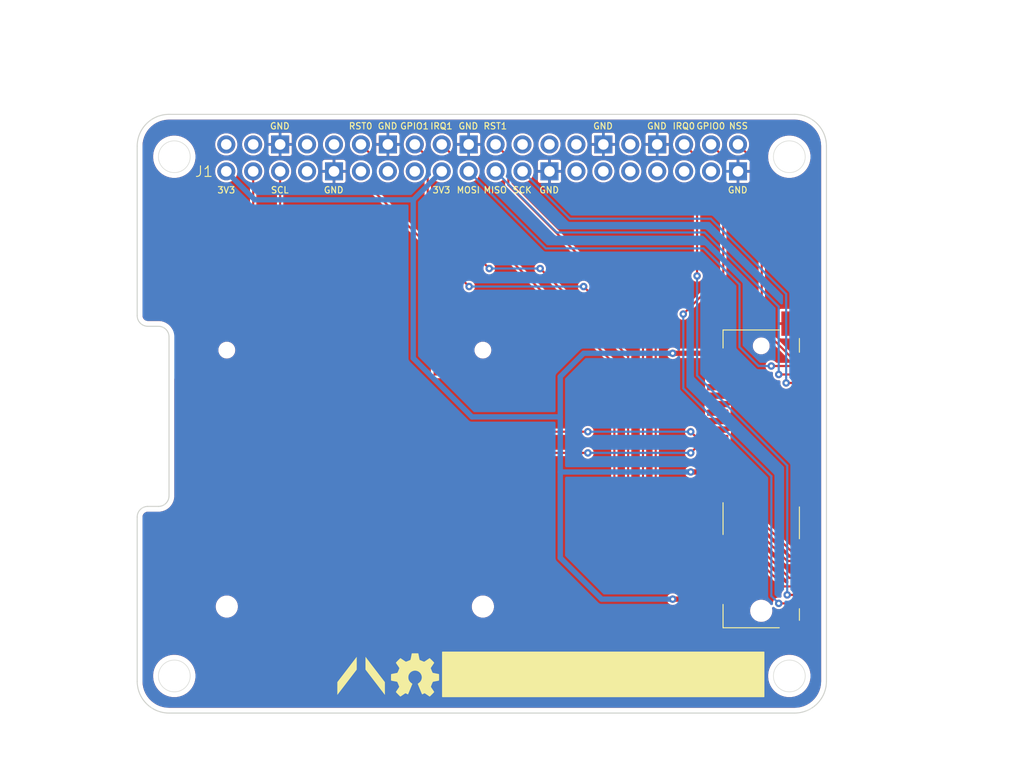
<source format=kicad_pcb>
(kicad_pcb (version 20241229) (generator "pcbnew") (generator_version "9.0")
  (title_block (rev "A"))
  (layers (0 "F.Cu" signal) (2 "B.Cu" signal) (13 "F.Paste" user) (15 "B.Paste" user) (5 "F.SilkS" user "F.Silkscreen") (7 "B.SilkS" user "B.Silkscreen") (1 "F.Mask" user) (3 "B.Mask" user) (25 "Edge.Cuts" user))
  (net 0 "")
  (net 2 "GND")
  (net 3 "GPIO1")
  (net 5 "SDA")
  (net 11 "IRQ0")
  (net 13 "+3.3V")
  (net 15 "RST1")
  (net 17 "NSS")
  (net 18 "MISO")
  (net 19 "RST0")
  (net 20 "MOSI")
  (net 21 "SCK")
  (net 22 "SCL")
  (net 23 "GPIO0")
  (net 24 "IRQ1")
  (footprint "rpi-hat:RPI_Hat_B+" (layer "F.Cu") (at 140 74.25)
    (property "Reference" "J1" (at -26.2 1.4 0) (layer "F.SilkS") (effects (font (thickness 0.1))))
    (property "Value" "RPi_GPIO")
    (fp_line (start -32.5 -1) (end -32.5 15) (stroke (width 0.1)) (layer "Edge.Cuts"))
    (fp_line (start -32.5 34) (end -32.5 49.5) (stroke (width 0.1)) (layer "Edge.Cuts"))
    (fp_line (start -31.5 16) (end -30.5 16) (stroke (width 0.1)) (layer "Edge.Cuts"))
    (fp_line (start -31.5 33) (end -30.5 33) (stroke (width 0.1)) (layer "Edge.Cuts"))
    (fp_line (start -29.5 -4) (end 29.5 -4) (stroke (width 0.1)) (layer "Edge.Cuts"))
    (fp_line (start -29.5 17) (end -29.5 32) (stroke (width 0.1)) (layer "Edge.Cuts"))
    (fp_line (start -29.5 52.5) (end 29.5 52.5) (stroke (width 0.1)) (layer "Edge.Cuts"))
    (fp_line (start 32.5 -1) (end 32.5 49.5) (stroke (width 0.1)) (layer "Edge.Cuts"))
    (fp_arc (start -32.5 -1) (mid -31.62132 -3.12132) (end -29.5 -4) (stroke (width 0.1)) (layer "Edge.Cuts"))
    (fp_arc (start -32.5 34) (mid -32.207107 33.292893) (end -31.5 33) (stroke (width 0.1)) (layer "Edge.Cuts"))
    (fp_arc (start -31.5 16) (mid -32.207107 15.707107) (end -32.5 15) (stroke (width 0.1)) (layer "Edge.Cuts"))
    (fp_arc (start -30.5 16) (mid -29.792893 16.292893) (end -29.5 17) (stroke (width 0.1)) (layer "Edge.Cuts"))
    (fp_arc (start -29.5 32) (mid -29.792893 32.707107) (end -30.5 33) (stroke (width 0.1)) (layer "Edge.Cuts"))
    (fp_arc (start -29.5 52.5) (mid -31.62132 51.62132) (end -32.5 49.5) (stroke (width 0.1)) (layer "Edge.Cuts"))
    (fp_arc (start 29.5 -4) (mid 31.62132 -3.12132) (end 32.5 -1) (stroke (width 0.1)) (layer "Edge.Cuts"))
    (fp_arc (start 32.5 49.5) (mid 31.62132 51.62132) (end 29.5 52.5) (stroke (width 0.1)) (layer "Edge.Cuts"))
    (fp_circle (center -29 0) (end -27.5 0) (stroke (width 0.05)) (fill no) (layer "Edge.Cuts"))
    (fp_circle (center -29 49) (end -27.5 49) (stroke (width 0.05)) (fill no) (layer "Edge.Cuts"))
    (fp_circle (center 29 0) (end 30.5 0) (stroke (width 0.05)) (fill no) (layer "Edge.Cuts"))
    (fp_circle (center 29 49) (end 30.5 49) (stroke (width 0.05)) (fill no) (layer "Edge.Cuts"))
    (fp_text user "GPIO1" (at -6.35 -2.54 0) (layer "F.SilkS") (effects (font (size 0.6 0.6) (thickness 0.1)) (justify bottom)))
    (fp_text user "RST1" (at 1.27 -2.54 0) (layer "F.SilkS") (effects (font (size 0.6 0.6) (thickness 0.1)) (justify bottom)))
    (fp_text user "GND" (at 24.13 2.794 0) (layer "F.SilkS") (effects (font (size 0.6 0.6) (thickness 0.1)) (justify top)))
    (fp_text user "GND" (at -1.27 -2.54 0) (layer "F.SilkS") (effects (font (size 0.6 0.6) (thickness 0.1)) (justify bottom)))
    (fp_text user "NSS" (at 24.2 -2.55 0) (layer "F.SilkS") (effects (font (size 0.6 0.6) (thickness 0.1)) (justify bottom)))
    (fp_text user "GPIO0" (at 21.59 -2.54 0) (layer "F.SilkS") (effects (font (size 0.6 0.6) (thickness 0.1)) (justify bottom)))
    (fp_text user "IRQ0" (at 19.05 -2.54 0) (layer "F.SilkS") (effects (font (size 0.6 0.6) (thickness 0.1)) (justify bottom)))
    (fp_text user "GND" (at 6.35 2.794 0) (layer "F.SilkS") (effects (font (size 0.6 0.6) (thickness 0.1)) (justify top)))
    (fp_text user "SCK" (at 3.81 2.794 0) (layer "F.SilkS") (effects (font (size 0.6 0.6) (thickness 0.1)) (justify top)))
    (fp_text user "GND" (at 11.43 -2.54 0) (layer "F.SilkS") (effects (font (size 0.6 0.6) (thickness 0.1)) (justify bottom)))
    (fp_text user "GND" (at -8.89 -2.54 0) (layer "F.SilkS") (effects (font (size 0.6 0.6) (thickness 0.1)) (justify bottom)))
    (fp_text user "MOSI" (at -1.27 2.794 0) (layer "F.SilkS") (effects (font (size 0.6 0.6) (thickness 0.1)) (justify top)))
    (fp_text user "MISO" (at 1.27 2.794 0) (layer "F.SilkS") (effects (font (size 0.6 0.6) (thickness 0.1)) (justify top)))
    (fp_text user "IRQ1" (at -3.81 -2.54 0) (layer "F.SilkS") (effects (font (size 0.6 0.6) (thickness 0.1)) (justify bottom)))
    (fp_text user "GND" (at -13.97 2.794 0) (layer "F.SilkS") (effects (font (size 0.6 0.6) (thickness 0.1)) (justify top)))
    (fp_text user "GND" (at 16.51 -2.54 0) (layer "F.SilkS") (effects (font (size 0.6 0.6) (thickness 0.1)) (justify bottom)))
    (fp_text user "SCL" (at -19.05 2.794 0) (layer "F.SilkS") (effects (font (size 0.6 0.6) (thickness 0.1)) (justify top)))
    (fp_text user "3V3" (at -3.81 2.794 0) (layer "F.SilkS") (effects (font (size 0.6 0.6) (thickness 0.1)) (justify top)))
    (fp_text user "RST0" (at -11.43 -2.54 0) (layer "F.SilkS") (effects (font (size 0.6 0.6) (thickness 0.1)) (justify bottom)))
    (fp_text user "GND" (at -19.05 -2.54 0) (layer "F.SilkS") (effects (font (size 0.6 0.6) (thickness 0.1)) (justify bottom)))
    (fp_text user "3V3" (at -24.1 2.8 0) (layer "F.SilkS") (effects (font (size 0.6 0.6) (thickness 0.1)) (justify top)))
    (pad "1" thru_hole circle (at -24.1 1.378 90) (size 1.7 1.7) (drill 1) (layers "*.Cu" "*.Mask") (net 13 "+3.3V"))
    (pad "2" thru_hole oval (at -24.1 -1.162 90) (size 1.7 1.7) (drill 1) (layers "*.Cu" "*.Mask"))
    (pad "3" thru_hole oval (at -21.56 1.378 90) (size 1.7 1.7) (drill 1) (layers "*.Cu" "*.Mask") (net 5 "SDA"))
    (pad "4" thru_hole oval (at -21.56 -1.162 90) (size 1.7 1.7) (drill 1) (layers "*.Cu" "*.Mask"))
    (pad "5" thru_hole oval (at -19.02 1.378 90) (size 1.7 1.7) (drill 1) (layers "*.Cu" "*.Mask") (net 22 "SCL"))
    (pad "6" thru_hole rect (at -19.02 -1.162 90) (size 1.7 1.7) (drill 1) (layers "*.Cu" "*.Mask") (net 2 "GND"))
    (pad "7" thru_hole oval (at -16.48 1.378 90) (size 1.7 1.7) (drill 1) (layers "*.Cu" "*.Mask"))
    (pad "8" thru_hole oval (at -16.48 -1.162 90) (size 1.7 1.7) (drill 1) (layers "*.Cu" "*.Mask"))
    (pad "9" thru_hole rect (at -13.94 1.378 90) (size 1.7 1.7) (drill 1) (layers "*.Cu" "*.Mask") (net 2 "GND"))
    (pad "10" thru_hole oval (at -13.94 -1.162 90) (size 1.7 1.7) (drill 1) (layers "*.Cu" "*.Mask"))
    (pad "11" thru_hole oval (at -11.4 1.378 90) (size 1.7 1.7) (drill 1) (layers "*.Cu" "*.Mask"))
    (pad "12" thru_hole oval (at -11.4 -1.162 90) (size 1.7 1.7) (drill 1) (layers "*.Cu" "*.Mask") (net 19 "RST0"))
    (pad "13" thru_hole oval (at -8.86 1.378 90) (size 1.7 1.7) (drill 1) (layers "*.Cu" "*.Mask"))
    (pad "14" thru_hole rect (at -8.86 -1.162 90) (size 1.7 1.7) (drill 1) (layers "*.Cu" "*.Mask") (net 2 "GND"))
    (pad "15" thru_hole oval (at -6.32 1.378 90) (size 1.7 1.7) (drill 1) (layers "*.Cu" "*.Mask"))
    (pad "16" thru_hole oval (at -6.32 -1.162 90) (size 1.7 1.7) (drill 1) (layers "*.Cu" "*.Mask") (net 3 "GPIO1"))
    (pad "17" thru_hole oval (at -3.78 1.378 90) (size 1.7 1.7) (drill 1) (layers "*.Cu" "*.Mask") (net 13 "+3.3V"))
    (pad "18" thru_hole oval (at -3.78 -1.162 90) (size 1.7 1.7) (drill 1) (layers "*.Cu" "*.Mask") (net 24 "IRQ1"))
    (pad "19" thru_hole oval (at -1.24 1.378 90) (size 1.7 1.7) (drill 1) (layers "*.Cu" "*.Mask") (net 20 "MOSI"))
    (pad "20" thru_hole rect (at -1.24 -1.162 90) (size 1.7 1.7) (drill 1) (layers "*.Cu" "*.Mask") (net 2 "GND"))
    (pad "21" thru_hole oval (at 1.3 1.378 90) (size 1.7 1.7) (drill 1) (layers "*.Cu" "*.Mask") (net 18 "MISO"))
    (pad "22" thru_hole oval (at 1.3 -1.162 90) (size 1.7 1.7) (drill 1) (layers "*.Cu" "*.Mask") (net 15 "RST1"))
    (pad "23" thru_hole oval (at 3.84 1.378 90) (size 1.7 1.7) (drill 1) (layers "*.Cu" "*.Mask") (net 21 "SCK"))
    (pad "24" thru_hole oval (at 3.84 -1.162 90) (size 1.7 1.7) (drill 1) (layers "*.Cu" "*.Mask"))
    (pad "25" thru_hole rect (at 6.38 1.378 90) (size 1.7 1.7) (drill 1) (layers "*.Cu" "*.Mask") (net 2 "GND"))
    (pad "26" thru_hole oval (at 6.38 -1.162 90) (size 1.7 1.7) (drill 1) (layers "*.Cu" "*.Mask"))
    (pad "27" thru_hole oval (at 8.92 1.378 90) (size 1.7 1.7) (drill 1) (layers "*.Cu" "*.Mask"))
    (pad "28" thru_hole oval (at 8.92 -1.162 90) (size 1.7 1.7) (drill 1) (layers "*.Cu" "*.Mask"))
    (pad "29" thru_hole oval (at 11.46 1.378 90) (size 1.7 1.7) (drill 1) (layers "*.Cu" "*.Mask"))
    (pad "30" thru_hole rect (at 11.46 -1.162 90) (size 1.7 1.7) (drill 1) (layers "*.Cu" "*.Mask") (net 2 "GND"))
    (pad "31" thru_hole oval (at 14 1.378 90) (size 1.7 1.7) (drill 1) (layers "*.Cu" "*.Mask"))
    (pad "32" thru_hole oval (at 14 -1.162 90) (size 1.7 1.7) (drill 1) (layers "*.Cu" "*.Mask"))
    (pad "33" thru_hole oval (at 16.54 1.378 90) (size 1.7 1.7) (drill 1) (layers "*.Cu" "*.Mask"))
    (pad "34" thru_hole rect (at 16.54 -1.162 90) (size 1.7 1.7) (drill 1) (layers "*.Cu" "*.Mask") (net 2 "GND"))
    (pad "35" thru_hole oval (at 19.08 1.378 90) (size 1.7 1.7) (drill 1) (layers "*.Cu" "*.Mask"))
    (pad "36" thru_hole oval (at 19.08 -1.162 90) (size 1.7 1.7) (drill 1) (layers "*.Cu" "*.Mask") (net 11 "IRQ0"))
    (pad "37" thru_hole oval (at 21.62 1.378 90) (size 1.7 1.7) (drill 1) (layers "*.Cu" "*.Mask"))
    (pad "38" thru_hole oval (at 21.62 -1.162 90) (size 1.7 1.7) (drill 1) (layers "*.Cu" "*.Mask") (net 23 "GPIO0"))
    (pad "39" thru_hole rect (at 24.16 1.378 90) (size 1.7 1.7) (drill 1) (layers "*.Cu" "*.Mask") (net 2 "GND"))
    (pad "40" thru_hole oval (at 24.16 -1.162 90) (size 1.7 1.7) (drill 1) (layers "*.Cu" "*.Mask") (net 17 "NSS"))
  )
  (footprint "RadioHAT:Mini_PCIe_Latch" (layer "F.Cu") (at 170.45 106.8 90)
    (property "Reference" "J2" (hide yes))
    (property "Value" "~" (hide yes))
    (fp_line (start 16.2 -7.7) (end 14.5 -7.7) (stroke (width 0.1)) (layer "F.SilkS"))
    (fp_line (start -3.1 -7.7) (end -0.1 -7.7) (stroke (width 0.1)) (layer "F.SilkS"))
    (fp_line (start -9.7 -7.7) (end -11.9 -7.7) (stroke (width 0.1)) (layer "F.SilkS"))
    (fp_line (start -11.9 -7.7) (end -11.9 -2.4) (stroke (width 0.1)) (layer "F.SilkS"))
    (fp_line (start 16.2 -2.4) (end 16.2 -7.7) (stroke (width 0.1)) (layer "F.SilkS"))
    (fp_line (start 14.1 -0.5) (end 15.4 -0.5) (stroke (width 0.1)) (layer "F.SilkS"))
    (fp_line (start -3.5 -0.5) (end -0.5 -0.5) (stroke (width 0.1)) (layer "F.SilkS"))
    (fp_line (start -10.1 -0.5) (end -11.2 -0.5) (stroke (width 0.1)) (layer "F.SilkS"))
    (pad "" np_thru_hole circle (at -10.3 -4.1 90) (size 1.6 1.6) (drill 1.6) (layers "*.Cu" "*.Mask"))
    (pad "" np_thru_hole circle (at -9.9 -54.5 90) (size 1.6 1.6) (drill 1.6) (layers "*.Cu" "*.Mask"))
    (pad "" np_thru_hole circle (at -9.9 -30.35 90) (size 1.6 1.6) (drill 1.6) (layers "*.Cu" "*.Mask"))
    (pad "" np_thru_hole circle (at 14.3 -54.5 90) (size 1.1 1.1) (drill 1.1) (layers "*.Cu" "*.Mask"))
    (pad "" np_thru_hole circle (at 14.3 -30.35 90) (size 1.1 1.1) (drill 1.1) (layers "*.Cu" "*.Mask"))
    (pad "" np_thru_hole circle (at 14.7 -4.1 90) (size 1.1 1.1) (drill 1.1) (layers "*.Cu" "*.Mask"))
    (pad "1" smd roundrect (at -9.6 0) (size 2 0.6) (layers "F.Cu" "F.Mask" "F.Paste") (roundrect_rratio 0.1) (net 23 "GPIO0"))
    (pad "2" smd roundrect (at -9.2 -8.2) (size 2 0.6) (layers "F.Cu" "F.Mask" "F.Paste") (roundrect_rratio 0.1) (net 13 "+3.3V"))
    (pad "3" smd roundrect (at -8.8 0) (size 2 0.6) (layers "F.Cu" "F.Mask" "F.Paste") (roundrect_rratio 0.1) (net 11 "IRQ0"))
    (pad "4" smd roundrect (at -8.4 -8.2) (size 2 0.6) (layers "F.Cu" "F.Mask" "F.Paste") (roundrect_rratio 0.1) (net 2 "GND"))
    (pad "5" smd roundrect (at -8 0) (size 2 0.6) (layers "F.Cu" "F.Mask" "F.Paste") (roundrect_rratio 0.1) (net 24 "IRQ1"))
    (pad "6" smd roundrect (at -7.6 -8.2) (size 2 0.6) (layers "F.Cu" "F.Mask" "F.Paste") (roundrect_rratio 0.1))
    (pad "7" smd roundrect (at -7.2 0) (size 2 0.6) (layers "F.Cu" "F.Mask" "F.Paste") (roundrect_rratio 0.1) (net 3 "GPIO1"))
    (pad "8" smd roundrect (at -6.8 -8.2) (size 2 0.6) (layers "F.Cu" "F.Mask" "F.Paste") (roundrect_rratio 0.1))
    (pad "9" smd roundrect (at -6.4 0) (size 2 0.6) (layers "F.Cu" "F.Mask" "F.Paste") (roundrect_rratio 0.1) (net 2 "GND"))
    (pad "10" smd roundrect (at -6 -8.2) (size 2 0.6) (layers "F.Cu" "F.Mask" "F.Paste") (roundrect_rratio 0.1))
    (pad "11" smd roundrect (at -5.6 0) (size 2 0.6) (layers "F.Cu" "F.Mask" "F.Paste") (roundrect_rratio 0.1) (net 19 "RST0"))
    (pad "12" smd roundrect (at -5.2 -8.2) (size 2 0.6) (layers "F.Cu" "F.Mask" "F.Paste") (roundrect_rratio 0.1))
    (pad "13" smd roundrect (at -4.8 0) (size 2 0.6) (layers "F.Cu" "F.Mask" "F.Paste") (roundrect_rratio 0.1) (net 15 "RST1"))
    (pad "14" smd roundrect (at -4.4 -8.2) (size 2 0.6) (layers "F.Cu" "F.Mask" "F.Paste") (roundrect_rratio 0.1))
    (pad "15" smd roundrect (at -4 0) (size 2 0.6) (layers "F.Cu" "F.Mask" "F.Paste") (roundrect_rratio 0.1) (net 2 "GND"))
    (pad "16" smd roundrect (at -3.6 -8.2) (size 2 0.6) (layers "F.Cu" "F.Mask" "F.Paste") (roundrect_rratio 0.1))
    (pad "17" smd roundrect (at 0 0) (size 2 0.6) (layers "F.Cu" "F.Mask" "F.Paste") (roundrect_rratio 0.1))
    (pad "18" smd roundrect (at 0.4 -8.2) (size 2 0.6) (layers "F.Cu" "F.Mask" "F.Paste") (roundrect_rratio 0.1) (net 2 "GND"))
    (pad "19" smd roundrect (at 0.8 0) (size 2 0.6) (layers "F.Cu" "F.Mask" "F.Paste") (roundrect_rratio 0.1))
    (pad "20" smd roundrect (at 1.2 -8.2) (size 2 0.6) (layers "F.Cu" "F.Mask" "F.Paste") (roundrect_rratio 0.1))
    (pad "21" smd roundrect (at 1.6 0) (size 2 0.6) (layers "F.Cu" "F.Mask" "F.Paste") (roundrect_rratio 0.1) (net 2 "GND"))
    (pad "22" smd roundrect (at 2 -8.2) (size 2 0.6) (layers "F.Cu" "F.Mask" "F.Paste") (roundrect_rratio 0.1))
    (pad "23" smd roundrect (at 2.4 0) (size 2 0.6) (layers "F.Cu" "F.Mask" "F.Paste") (roundrect_rratio 0.1))
    (pad "24" smd roundrect (at 2.8 -8.2) (size 2 0.6) (layers "F.Cu" "F.Mask" "F.Paste") (roundrect_rratio 0.1) (net 13 "+3.3V"))
    (pad "25" smd roundrect (at 3.2 0) (size 2 0.6) (layers "F.Cu" "F.Mask" "F.Paste") (roundrect_rratio 0.1))
    (pad "26" smd roundrect (at 3.6 -8.2) (size 2 0.6) (layers "F.Cu" "F.Mask" "F.Paste") (roundrect_rratio 0.1) (net 2 "GND"))
    (pad "27" smd roundrect (at 4 0) (size 2 0.6) (layers "F.Cu" "F.Mask" "F.Paste") (roundrect_rratio 0.1) (net 2 "GND"))
    (pad "28" smd roundrect (at 4.4 -8.2) (size 2 0.6) (layers "F.Cu" "F.Mask" "F.Paste") (roundrect_rratio 0.1))
    (pad "29" smd roundrect (at 4.8 0) (size 2 0.6) (layers "F.Cu" "F.Mask" "F.Paste") (roundrect_rratio 0.1) (net 2 "GND"))
    (pad "30" smd roundrect (at 5.2 -8.2) (size 2 0.6) (layers "F.Cu" "F.Mask" "F.Paste") (roundrect_rratio 0.1) (net 5 "SDA"))
    (pad "31" smd roundrect (at 5.6 0) (size 2 0.6) (layers "F.Cu" "F.Mask" "F.Paste") (roundrect_rratio 0.1))
    (pad "32" smd roundrect (at 6 -8.2) (size 2 0.6) (layers "F.Cu" "F.Mask" "F.Paste") (roundrect_rratio 0.1) (net 22 "SCL"))
    (pad "33" smd roundrect (at 6.4 0) (size 2 0.6) (layers "F.Cu" "F.Mask" "F.Paste") (roundrect_rratio 0.1))
    (pad "34" smd roundrect (at 6.8 -8.2) (size 2 0.6) (layers "F.Cu" "F.Mask" "F.Paste") (roundrect_rratio 0.1) (net 2 "GND"))
    (pad "35" smd roundrect (at 7.2 0) (size 2 0.6) (layers "F.Cu" "F.Mask" "F.Paste") (roundrect_rratio 0.1) (net 2 "GND"))
    (pad "36" smd roundrect (at 7.6 -8.2) (size 2 0.6) (layers "F.Cu" "F.Mask" "F.Paste") (roundrect_rratio 0.1))
    (pad "37" smd roundrect (at 8 0) (size 2 0.6) (layers "F.Cu" "F.Mask" "F.Paste") (roundrect_rratio 0.1) (net 2 "GND"))
    (pad "38" smd roundrect (at 8.4 -8.2) (size 2 0.6) (layers "F.Cu" "F.Mask" "F.Paste") (roundrect_rratio 0.1))
    (pad "39" smd roundrect (at 8.8 0) (size 2 0.6) (layers "F.Cu" "F.Mask" "F.Paste") (roundrect_rratio 0.1) (net 13 "+3.3V"))
    (pad "40" smd roundrect (at 9.2 -8.2) (size 2 0.6) (layers "F.Cu" "F.Mask" "F.Paste") (roundrect_rratio 0.1) (net 2 "GND"))
    (pad "41" smd roundrect (at 9.6 0) (size 2 0.6) (layers "F.Cu" "F.Mask" "F.Paste") (roundrect_rratio 0.1) (net 13 "+3.3V"))
    (pad "42" smd roundrect (at 10 -8.2) (size 2 0.6) (layers "F.Cu" "F.Mask" "F.Paste") (roundrect_rratio 0.1))
    (pad "43" smd roundrect (at 10.4 0) (size 2 0.6) (layers "F.Cu" "F.Mask" "F.Paste") (roundrect_rratio 0.1) (net 2 "GND"))
    (pad "44" smd roundrect (at 10.8 -8.2) (size 2 0.6) (layers "F.Cu" "F.Mask" "F.Paste") (roundrect_rratio 0.1))
    (pad "45" smd roundrect (at 11.2 0) (size 2 0.6) (layers "F.Cu" "F.Mask" "F.Paste") (roundrect_rratio 0.1) (net 21 "SCK"))
    (pad "46" smd roundrect (at 11.6 -8.2) (size 2 0.6) (layers "F.Cu" "F.Mask" "F.Paste") (roundrect_rratio 0.1))
    (pad "47" smd roundrect (at 12 0) (size 2 0.6) (layers "F.Cu" "F.Mask" "F.Paste") (roundrect_rratio 0.1) (net 18 "MISO"))
    (pad "48" smd roundrect (at 12.4 -8.2) (size 2 0.6) (layers "F.Cu" "F.Mask" "F.Paste") (roundrect_rratio 0.1))
    (pad "49" smd roundrect (at 12.8 0) (size 2 0.6) (layers "F.Cu" "F.Mask" "F.Paste") (roundrect_rratio 0.1) (net 20 "MOSI"))
    (pad "50" smd roundrect (at 13.2 -8.2) (size 2 0.6) (layers "F.Cu" "F.Mask" "F.Paste") (roundrect_rratio 0.1) (net 2 "GND"))
    (pad "51" smd roundrect (at 13.6 0) (size 2 0.6) (layers "F.Cu" "F.Mask" "F.Paste") (roundrect_rratio 0.1) (net 17 "NSS"))
    (pad "52" smd roundrect (at 14 -8.2) (size 2 0.6) (layers "F.Cu" "F.Mask" "F.Paste") (roundrect_rratio 0.1) (net 13 "+3.3V"))
    (pad "53" smd rect (at -12.5 -0.6 90) (size 2.3 3.2) (layers "F.Cu" "F.Mask" "F.Paste") (net 2 "GND"))
    (pad "54" smd rect (at 16.8 -0.6 90) (size 2.3 3.2) (layers "F.Cu" "F.Mask" "F.Paste") (net 2 "GND"))
    (pad "55" smd rect (at -9.9 -33.5 90) (size 4.8 3) (layers "F.Cu" "F.Mask" "F.Paste") (net 2 "GND"))
    (pad "55" smd rect (at -9.9 -27.2 90) (size 4.8 3) (layers "F.Cu" "F.Mask" "F.Paste") (net 2 "GND"))
    (pad "56" smd rect (at 14.3 -33.5 90) (size 4.8 3) (layers "F.Cu" "F.Mask" "F.Paste") (net 2 "GND"))
    (pad "56" smd rect (at 14.3 -27.2 90) (size 4.8 3) (layers "F.Cu" "F.Mask" "F.Paste") (net 2 "GND"))
    (pad "57" smd rect (at -9.9 -57.65 90) (size 4.8 3) (layers "F.Cu" "F.Mask" "F.Paste") (net 2 "GND"))
    (pad "57" smd rect (at -9.9 -51.35 90) (size 4.8 3) (layers "F.Cu" "F.Mask" "F.Paste") (net 2 "GND"))
    (pad "58" smd rect (at 14.3 -57.65 90) (size 4.8 3) (layers "F.Cu" "F.Mask" "F.Paste") (net 2 "GND"))
    (pad "58" smd rect (at 14.3 -51.35 90) (size 4.8 3) (layers "F.Cu" "F.Mask" "F.Paste") (net 2 "GND"))
  )
  (gr_poly (pts (xy 130.859767 123.8309) (xy 130.859767 125.042698) (xy 129.027156 122.649818) (xy 129.027156 121.43802)) (fill yes) (layer "F.SilkS"))
  (gr_rect (start 136.3 121) (end 166.6 125.2) (stroke (width 0.1)) (fill yes) (layer "F.SilkS"))
  (gr_poly (pts (xy 128.20438 122.649818) (xy 126.371768 125.042698) (xy 126.371768 123.8309) (xy 128.20438 121.43802)) (fill yes) (layer "F.SilkS"))
  (gr_poly (pts (xy 133.726331 121.110393) (xy 134.009824 121.114172) (xy 134.024074 121.171889) (xy 134.027829 121.188462) (xy 134.033068 121.213543) (xy 134.047041 121.284285) (xy 134.064084 121.374227) (xy 134.082286 121.473477) (xy 134.10048 121.569273) (xy 134.117505 121.649812) (xy 134.124984 121.681717) (xy 134.131455 121.706637) (xy 134.136682 121.723515) (xy 134.138755 121.728608) (xy 134.140426 121.731294) (xy 134.147653 121.735916) (xy 134.162391 121.743396) (xy 134.210148 121.765188) (xy 134.275205 121.793187) (xy 134.349067 121.823908) (xy 134.42324 121.853867) (xy 134.48923 121.87958) (xy 134.538544 121.897563) (xy 134.554292 121.902567) (xy 134.562686 121.904332) (xy 134.56374 121.904165) (xy 134.565262 121.903669) (xy 134.569661 121.901726) (xy 134.57578 121.898567) (xy 134.583515 121.894258) (xy 134.603417 121.882452) (xy 134.628539 121.866832) (xy 134.658053 121.847921) (xy 134.691129 121.826245) (xy 134.726939 121.802326) (xy 134.764654 121.776689) (xy 135.011208 121.607809) (xy 135.023589 121.599526) (xy 135.035619 121.591798) (xy 135.046998 121.584795) (xy 135.057429 121.578686) (xy 135.066614 121.57364) (xy 135.074256 121.569826) (xy 135.077405 121.568434) (xy 135.080057 121.567414) (xy 135.082173 121.566786) (xy 135.083718 121.566572) (xy 135.084613 121.566847) (xy 135.086038 121.567661) (xy 135.090427 121.570856) (xy 135.096772 121.57605) (xy 135.104959 121.583135) (xy 135.126404 121.602548) (xy 135.153851 121.628234) (xy 135.186393 121.659333) (xy 135.22312 121.694984) (xy 135.263121 121.734327) (xy 135.305489 121.7765) (xy 135.358966 121.830405) (xy 135.403394 121.876006) (xy 135.439296 121.913902) (xy 135.467197 121.94469) (xy 135.487622 121.968969) (xy 135.495194 121.978854) (xy 135.501094 121.987336) (xy 135.505388 121.99449) (xy 135.50814 122.00039) (xy 135.509416 122.005111) (xy 135.509282 122.008728) (xy 135.507832 122.01217) (xy 135.504813 122.01787) (xy 135.494406 122.035529) (xy 135.478728 122.060659) (xy 135.458449 122.092219) (xy 135.434239 122.129162) (xy 135.406766 122.170446) (xy 135.3767 122.215026) (xy 135.344711 122.261859) (xy 135.283096 122.352977) (xy 135.232639 122.43047) (xy 135.213221 122.461541) (xy 135.198546 122.486127) (xy 135.189264 122.503202) (xy 135.186848 122.508602) (xy 135.186025 122.511739) (xy 135.187888 122.519858) (xy 135.193169 122.535679) (xy 135.212138 122.586006) (xy 135.239238 122.653865) (xy 135.270772 122.730403) (xy 135.303046 122.806765) (xy 135.332365 122.874098) (xy 135.355035 122.923548) (xy 135.362721 122.9388) (xy 135.367359 122.94626) (xy 135.369807 122.947588) (xy 135.375051 122.949423) (xy 135.393333 122.954477) (xy 135.421011 122.961156) (xy 135.45689 122.96919) (xy 135.499776 122.978309) (xy 135.548474 122.988246) (xy 135.60179 122.998731) (xy 135.65853 123.009496) (xy 135.861747 123.048489) (xy 135.927014 123.061634) (xy 135.955078 123.068007) (xy 135.956132 123.068633) (xy 135.957141 123.069674) (xy 135.958105 123.071145) (xy 135.959025 123.073062) (xy 135.959902 123.075442) (xy 135.960737 123.078301) (xy 135.962282 123.085522) (xy 135.963668 123.094855) (xy 135.964899 123.10643) (xy 135.965984 123.120379) (xy 135.966928 123.136831) (xy 135.967737 123.155918) (xy 135.968417 123.177769) (xy 135.968976 123.202516) (xy 135.969419 123.230288) (xy 135.969982 123.295431) (xy 135.970159 123.374243) (xy 135.969392 123.517145) (xy 135.968367 123.570041) (xy 135.966857 123.61182) (xy 135.964816 123.643422) (xy 135.962202 123.665786) (xy 135.958971 123.679854) (xy 135.95711 123.68407) (xy 135.955078 123.686564) (xy 135.95223 123.68799) (xy 135.946883 123.689838) (xy 135.92924 123.694682) (xy 135.90325 123.700859) (xy 135.870016 123.708133) (xy 135.830638 123.716266) (xy 135.786219 123.725021) (xy 135.73786 123.734161) (xy 135.686662 123.74345) (xy 135.586003 123.761955) (xy 135.499203 123.779287) (xy 135.43553 123.793451) (xy 135.415261 123.798722) (xy 135.40425 123.802452) (xy 135.402108 123.803597) (xy 135.399942 123.804986) (xy 135.397746 123.806635) (xy 135.395512 123.808557) (xy 135.393233 123.810769) (xy 135.3909 123.813283) (xy 135.388507 123.816116) (xy 135.386046 123.819282) (xy 135.38351 123.822796) (xy 135.380891 123.826672) (xy 135.378182 123.830926) (xy 135.375375 123.835571) (xy 135.369438 123.846098) (xy 135.363021 123.858369) (xy 135.356063 123.872504) (xy 135.348505 123.888621) (xy 135.340288 123.906837) (xy 135.331352 123.927271) (xy 135.321637 123.950041) (xy 135.311083 123.975265) (xy 135.299631 124.003061) (xy 135.287221 124.033547) (xy 135.253024 124.119111) (xy 135.224932 124.19155) (xy 135.205849 124.243224) (xy 135.200594 124.258887) (xy 135.19868 124.266493) (xy 135.198855 124.267604) (xy 135.199433 124.269295) (xy 135.201762 124.274355) (xy 135.205586 124.281548) (xy 135.210825 124.290749) (xy 135.225228 124.314669) (xy 135.244331 124.345107) (xy 135.267492 124.381058) (xy 135.29407 124.421514) (xy 135.323425 124.465467) (xy 135.354916 124.511913) (xy 135.415809 124.602656) (xy 135.442442 124.643533) (xy 135.465675 124.680046) (xy 135.484865 124.71117) (xy 135.499368 124.735878) (xy 135.508542 124.753145) (xy 135.510929 124.758667) (xy 135.511743 124.761944) (xy 135.511468 124.763273) (xy 135.510654 124.765125) (xy 135.507458 124.770339) (xy 135.502263 124.777467) (xy 135.495177 124.786393) (xy 135.486308 124.797) (xy 135.475762 124.80917) (xy 135.450074 124.837733) (xy 135.418972 124.871146) (xy 135.383319 124.908471) (xy 135.343976 124.948772) (xy 135.301803 124.991111) (xy 135.236399 125.055932) (xy 135.185662 125.105528) (xy 135.147372 125.141721) (xy 135.1322 125.15536) (xy 135.119307 125.166331) (xy 135.108414 125.174862) (xy 135.099245 125.181179) (xy 135.091521 125.185511) (xy 135.084965 125.188085) (xy 135.079299 125.189129) (xy 135.074245 125.18887) (xy 135.069527 125.187535) (xy 135.064865 125.185353) (xy 135.055191 125.179526) (xy 135.037953 125.168429) (xy 134.984643 125.133018) (xy 134.912651 125.084304) (xy 134.829692 125.027473) (xy 134.747446 124.971781) (xy 134.710432 124.947421) (xy 134.677394 124.92617) (xy 134.649259 124.908617) (xy 134.626955 124.89535) (xy 134.611409 124.886959) (xy 134.60646 124.884775) (xy 134.603549 124.884031) (xy 134.601177 124.884318) (xy 134.597817 124.885161) (xy 134.593532 124.886532) (xy 134.588382 124.8884) (xy 134.582432 124.890738) (xy 134.575742 124.893516) (xy 134.560395 124.900279) (xy 134.54284 124.908457) (xy 134.523575 124.91782) (xy 134.503098 124.928137) (xy 134.481908 124.939177) (xy 134.460862 124.950091) (xy 134.440796 124.96002) (xy 134.422181 124.96876) (xy 134.405486 124.97611) (xy 134.391182 124.981867) (xy 134.379739 124.985829) (xy 134.375236 124.987074) (xy 134.371626 124.987794) (xy 134.368965 124.987964) (xy 134.367314 124.987558) (xy 134.366671 124.987005) (xy 134.365873 124.986061) (xy 134.363831 124.983041) (xy 134.361224 124.978582) (xy 134.358092 124.972764) (xy 134.3504 124.957382) (xy 134.34106 124.937552) (xy 134.330375 124.91393) (xy 134.318648 124.887173) (xy 134.306185 124.857938) (xy 134.293287 124.82688) (xy 134.092869 124.342504) (xy 134.039549 124.212995) (xy 133.995883 124.104629) (xy 133.966379 124.028758) (xy 133.958345 124.006555) (xy 133.955542 123.996732) (xy 133.955641 123.995885) (xy 133.955935 123.994909) (xy 133.956418 123.993807) (xy 133.957085 123.992584) (xy 133.957933 123.991244) (xy 133.958956 123.989792) (xy 133.961507 123.98657) (xy 133.964701 123.982954) (xy 133.968498 123.978979) (xy 133.97286 123.974682) (xy 133.977748 123.970098) (xy 133.983123 123.965265) (xy 133.988946 123.960217) (xy 133.995179 123.95499) (xy 134.001782 123.949622) (xy 134.008718 123.944148) (xy 134.015947 123.938603) (xy 134.023431 123.933025) (xy 134.03113 123.927449) (xy 134.057687 123.908047) (xy 134.08253 123.888929) (xy 134.105748 123.869984) (xy 134.127429 123.8511) (xy 134.147663 123.832165) (xy 134.166537 123.813069) (xy 134.18414 123.793699) (xy 134.200561 123.773943) (xy 134.215889 123.75369) (xy 134.230211 123.732829) (xy 134.243618 123.711248) (xy 134.256196 123.688834) (xy 134.268035 123.665478) (xy 134.279224 123.641066) (xy 134.28985 123.615487) (xy 134.300003 123.588631) (xy 134.310166 123.558309) (xy 134.318721 123.528044) (xy 134.325667 123.497823) (xy 134.331005 123.467636) (xy 134.334732 123.437471) (xy 134.33685 123.407315) (xy 134.337356 123.377157) (xy 134.336249 123.346986) (xy 134.33353 123.316789) (xy 134.329198 123.286556) (xy 134.323251 123.256274) (xy 134.315689 123.225931) (xy 134.306511 123.195517) (xy 134.295716 123.165019) (xy 134.283304 123.134425) (xy 134.269274 123.103725) (xy 134.259263 123.083928) (xy 134.24855 123.064565) (xy 134.237158 123.045649) (xy 134.225105 123.027193) (xy 134.212413 123.00921) (xy 134.199101 122.991712) (xy 134.18519 122.974712) (xy 134.1707 122.958222) (xy 134.155652 122.942257) (xy 134.140066 122.926827) (xy 134.123963 122.911947) (xy 134.107362 122.897628) (xy 134.090283 122.883883) (xy 134.072748 122.870726) (xy 134.054777 122.858169) (xy 134.03639 122.846224) (xy 134.017607 122.834904) (xy 133.998448 122.824223) (xy 133.978935 122.814192) (xy 133.959086 122.804825) (xy 133.938924 122.796134) (xy 133.918467 122.788132) (xy 133.897737 122.780832) (xy 133.876753 122.774246) (xy 133.855536 122.768387) (xy 133.834106 122.763268) (xy 133.812484 122.758902) (xy 133.79069 122.755301) (xy 133.768744 122.752478) (xy 133.746667 122.750446) (xy 133.724479 122.749218) (xy 133.7022 122.748805) (xy 133.676953 122.749349) (xy 133.651827 122.750967) (xy 133.602054 122.75734) (xy 133.553114 122.76775) (xy 133.50524 122.782028) (xy 133.458666 122.8) (xy 133.413625 122.821497) (xy 133.37035 122.846345) (xy 133.329075 122.874374) (xy 133.290032 122.905411) (xy 133.253455 122.939286) (xy 133.219578 122.975827) (xy 133.188633 123.014862) (xy 133.160854 123.05622) (xy 133.136474 123.099728) (xy 133.125632 123.122235) (xy 133.115726 123.145216) (xy 133.106788 123.168649) (xy 133.098844 123.192512) (xy 133.093111 123.213014) (xy 133.088141 123.234795) (xy 133.083936 123.257674) (xy 133.080496 123.281467) (xy 133.07782 123.305991) (xy 133.075909 123.331064) (xy 133.074762 123.356502) (xy 133.07438 123.382123) (xy 133.074762 123.407744) (xy 133.075909 123.433183) (xy 133.07782 123.458255) (xy 133.080496 123.482779) (xy 133.083936 123.506572) (xy 133.088141 123.529451) (xy 133.093111 123.551233) (xy 133.098844 123.571735) (xy 133.107566 123.597584) (xy 133.117686 123.623218) (xy 133.129177 123.648604) (xy 133.142014 123.673708) (xy 133.156171 123.6985) (xy 133.171622 123.722945) (xy 133.18834 123.74701) (xy 133.206301 123.770664) (xy 133.225477 123.793873) (xy 133.245843 123.816605) (xy 133.267372 123.838826) (xy 133.290039 123.860504) (xy 133.313818 123.881607) (xy 133.338682 123.902101) (xy 133.364607 123.921953) (xy 133.391564 123.941131) (xy 133.397403 123.945205) (xy 133.403077 123.949328) (xy 133.408558 123.953472) (xy 133.413816 123.957608) (xy 133.418823 123.961707) (xy 133.423548 123.965742) (xy 133.427962 123.969682) (xy 133.432036 123.9735) (xy 133.435741 123.977167) (xy 133.439047 123.980654) (xy 133.441925 123.983933) (xy 133.444345 123.986976) (xy 133.446279 123.989752) (xy 133.447696 123.992235) (xy 133.448568 123.994394) (xy 133.448791 123.995344) (xy 133.448865 123.996202) (xy 133.448495 123.998713) (xy 133.44741 124.002921) (xy 133.443238 124.016038) (xy 133.436642 124.034779) (xy 133.427915 124.058365) (xy 133.417347 124.086022) (xy 133.405233 124.116971) (xy 133.391863 124.150437) (xy 133.37753 124.185644) (xy 133.123604 124.798976) (xy 133.064694 124.935727) (xy 133.048964 124.969415) (xy 133.041131 124.982947) (xy 133.040227 124.983699) (xy 133.039163 124.984323) (xy 133.037938 124.98482) (xy 133.03655 124.985188) (xy 133.034997 124.985426) (xy 133.033277 124.985534) (xy 133.031389 124.985511) (xy 133.029329 124.985356) (xy 133.027097 124.985067) (xy 133.02469 124.984645) (xy 133.022107 124.984089) (xy 133.019346 124.983397) (xy 133.013279 124.981603) (xy 133.006476 124.979257) (xy 132.99892 124.976352) (xy 132.990597 124.972883) (xy 132.98149 124.968841) (xy 132.971585 124.964221) (xy 132.960866 124.959015) (xy 132.949318 124.953218) (xy 132.936925 124.946821) (xy 132.923671 124.939819) (xy 132.902251 124.928632) (xy 132.881569 124.918186) (xy 132.862127 124.908713) (xy 132.844428 124.900444) (xy 132.828974 124.89361) (xy 132.816268 124.888442) (xy 132.806814 124.885172) (xy 132.803463 124.88432) (xy 132.801112 124.88403) (xy 132.799933 124.884217) (xy 132.798232 124.884771) (xy 132.793324 124.886946) (xy 132.786504 124.890482) (xy 132.777887 124.895304) (xy 132.755724 124.908517) (xy 132.727757 124.926) (xy 132.694907 124.947166) (xy 132.658097 124.971429) (xy 132.618249 124.998205) (xy 132.576285 125.026905) (xy 132.493635 125.083561) (xy 132.421698 125.132209) (xy 132.368199 125.167675) (xy 132.350777 125.178848) (xy 132.340862 125.184786) (xy 132.338377 125.186057) (xy 132.335943 125.187155) (xy 132.333522 125.188052) (xy 132.331078 125.188717) (xy 132.328574 125.18912) (xy 132.327288 125.189214) (xy 132.325972 125.189231) (xy 132.324623 125.189168) (xy 132.323236 125.18902) (xy 132.321806 125.188785) (xy 132.320328 125.188457) (xy 132.318798 125.188034) (xy 132.317211 125.187511) (xy 132.313848 125.186153) (xy 132.310203 125.184353) (xy 132.306237 125.18208) (xy 132.301914 125.179305) (xy 132.297197 125.175997) (xy 132.292049 125.172127) (xy 132.286433 125.167664) (xy 132.280311 125.162578) (xy 132.273646 125.156839) (xy 132.266402 125.150417) (xy 132.258541 125.143282) (xy 132.250026 125.135405) (xy 132.240821 125.126754) (xy 132.220188 125.107013) (xy 132.196347 125.083818) (xy 132.169001 125.05693) (xy 132.137852 125.026108) (xy 132.102605 124.991111) (xy 132.102624 124.991377) (xy 132.060453 124.949056) (xy 132.021111 124.908812) (xy 131.985458 124.871577) (xy 131.954358 124.838287) (xy 131.928669 124.809877) (xy 131.909254 124.78728) (xy 131.896974 124.771433) (xy 131.893778 124.766332) (xy 131.892689 124.763268) (xy 131.892894 124.761983) (xy 131.893503 124.760124) (xy 131.89589 124.754744) (xy 131.89977 124.747256) (xy 131.905064 124.737786) (xy 131.919567 124.713413) (xy 131.938757 124.682641) (xy 131.96199 124.646489) (xy 131.988623 124.605973) (xy 132.018012 124.562111) (xy 132.049515 124.515921) (xy 132.110388 124.425952) (xy 132.160199 124.349498) (xy 132.179352 124.318866) (xy 132.193812 124.294645) (xy 132.202938 124.277846) (xy 132.2053 124.272546) (xy 132.206088 124.26948) (xy 132.205608 124.266464) (xy 132.204251 124.261324) (xy 132.199084 124.245154) (xy 132.190947 124.221933) (xy 132.180201 124.192628) (xy 132.167205 124.158202) (xy 132.152319 124.119621) (xy 132.135904 124.077848) (xy 132.118318 124.03385) (xy 132.094146 123.974492) (xy 132.073792 123.926012) (xy 132.056704 123.887323) (xy 132.04233 123.85734) (xy 132.03012 123.834977) (xy 132.024654 123.826314) (xy 132.019521 123.81915) (xy 132.014654 123.813347) (xy 132.009983 123.808771) (xy 132.005439 123.805285) (xy 132.000953 123.802755) (xy 131.9966 123.801117) (xy 131.98979 123.799059) (xy 131.969378 123.793807) (xy 131.940881 123.787253) (xy 131.905459 123.779647) (xy 131.864274 123.771242) (xy 131.818489 123.76229) (xy 131.769266 123.753043) (xy 131.717765 123.743753) (xy 131.618211 123.725255) (xy 131.534419 123.708394) (xy 131.501187 123.701146) (xy 131.475197 123.694991) (xy 131.457553 123.690155) (xy 131.452203 123.688304) (xy 131.449353 123.686868) (xy 131.448312 123.685854) (xy 131.447316 123.684435) (xy 131.446362 123.682597) (xy 131.445452 123.680324) (xy 131.443755 123.674423) (xy 131.442221 123.666619) (xy 131.440844 123.656802) (xy 131.439618 123.644859) (xy 131.438538 123.630679) (xy 131.437598 123.61415) (xy 131.436793 123.59516) (xy 131.436117 123.573598) (xy 131.435564 123.549353) (xy 131.43513 123.522311) (xy 131.434592 123.459396) (xy 131.434461 123.383958) (xy 131.43523 123.269871) (xy 131.437188 123.174389) (xy 131.44004 123.107509) (xy 131.441711 123.087921) (xy 131.442591 123.082136) (xy 131.443495 123.079233) (xy 131.444304 123.078463) (xy 131.445806 123.077573) (xy 131.450815 123.075449) (xy 131.458379 123.072894) (xy 131.468354 123.069941) (xy 131.494961 123.062967) (xy 131.529487 123.054787) (xy 131.570782 123.045662) (xy 131.617697 123.03585) (xy 131.669082 123.02561) (xy 131.723787 123.015204) (xy 131.83114 122.994901) (xy 131.922791 122.976721) (xy 131.989015 122.962673) (xy 132.009554 122.957826) (xy 132.02009 122.954765) (xy 132.021791 122.95393) (xy 132.023581 122.952769) (xy 132.025461 122.951275) (xy 132.027434 122.949444) (xy 132.029504 122.94727) (xy 132.031672 122.944748) (xy 132.036317 122.938641) (xy 132.04139 122.931078) (xy 132.046912 122.92202) (xy 132.052907 122.911423) (xy 132.059394 122.899245) (xy 132.066398 122.885445) (xy 132.073938 122.869981) (xy 132.082037 122.85281) (xy 132.090717 122.83389) (xy 132.1 122.81318) (xy 132.109906 122.790637) (xy 132.120459 122.76622) (xy 132.13168 122.739886) (xy 132.165349 122.658514) (xy 132.19292 122.588346) (xy 132.20353 122.559805) (xy 132.211549 122.536874) (xy 132.216621 122.52049) (xy 132.217941 122.515045) (xy 132.218391 122.511588) (xy 132.218184 122.510091) (xy 132.217569 122.508021) (xy 132.215157 122.502226) (xy 132.211237 122.494331) (xy 132.205889 122.484467) (xy 132.191235 122.459349) (xy 132.171848 122.427909) (xy 132.148375 122.391184) (xy 132.121467 122.350211) (xy 132.091775 122.306026) (xy 132.059947 122.259667) (xy 131.997941 122.169239) (xy 131.946243 122.091841) (xy 131.910253 122.035697) (xy 131.899837 122.018165) (xy 131.895373 122.009031) (xy 131.895111 122.007346) (xy 131.895188 122.005401) (xy 131.895614 122.003186) (xy 131.896398 122.000693) (xy 131.897547 121.99791) (xy 131.89907 121.994827) (xy 131.900978 121.991435) (xy 131.903277 121.987724) (xy 131.909087 121.979303) (xy 131.916572 121.969484) (xy 131.925801 121.958187) (xy 131.936844 121.945333) (xy 131.949772 121.93084) (xy 131.964655 121.914629) (xy 131.981563 121.896621) (xy 132.000565 121.876734) (xy 132.021734 121.854888) (xy 132.045137 121.831005) (xy 132.098932 121.776803) (xy 132.181362 121.695281) (xy 132.250798 121.628518) (xy 132.278361 121.602825) (xy 132.299938 121.583406) (xy 132.314615 121.571123) (xy 132.319081 121.567926) (xy 132.32148 121.566837) (xy 132.324038 121.56769) (xy 132.328973 121.570195) (xy 132.345458 121.57982) (xy 132.369893 121.595035) (xy 132.40124 121.615166) (xy 132.438459 121.639536) (xy 132.480509 121.667471) (xy 132.526351 121.698295) (xy 132.574944 121.731332) (xy 132.669981 121.795637) (xy 132.750889 121.849152) (xy 132.809101 121.886289) (xy 132.827018 121.896969) (xy 132.83605 121.901459) (xy 132.844115 121.900815) (xy 132.859576 121.896895) (xy 132.908479 121.880893) (xy 132.974353 121.856791) (xy 133.048794 121.827929) (xy 133.123398 121.797643) (xy 133.189759 121.769273) (xy 133.239474 121.746157) (xy 133.255463 121.737613) (xy 133.264138 121.731634) (xy 133.266814 121.726482) (xy 133.270482 121.715529) (xy 133.280478 121.677741) (xy 133.293491 121.621311) (xy 133.308891 121.549275) (xy 133.326044 121.464672) (xy 133.34432 121.37054) (xy 133.363087 121.269917) (xy 133.381711 121.165842) (xy 133.382838 121.159895) (xy 133.384057 121.154376) (xy 133.385378 121.149271) (xy 133.386811 121.144565) (xy 133.388364 121.140246) (xy 133.390049 121.136298) (xy 133.391873 121.132708) (xy 133.393849 121.129462) (xy 133.395984 121.126545) (xy 133.398288 121.123943) (xy 133.400772 121.121643) (xy 133.403445 121.119631) (xy 133.406317 121.117891) (xy 133.409397 121.116411) (xy 133.412695 121.115176) (xy 133.41622 121.114172) (xy 133.4204 121.113495) (xy 133.42735 121.112878) (xy 133.448919 121.111828) (xy 133.479657 121.111017) (xy 133.51829 121.11044) (xy 133.614153 121.109973)) (fill yes) (layer "F.SilkS"))
  (gr_text "RadioHAT rev. A\ngitrev ${GITHASH}" (at 119.7 123.2 0) (layer "F.Cu") (effects (font (size 1 1) (thickness 0.2) (bold yes))))
  (segment (start 134.9 79) (end 134.9 74.308) (width 0.2) (layer "F.Cu") (net 3))
  (segment (start 140.7 84.8) (end 134.9 79) (width 0.2) (layer "F.Cu") (net 3))
  (segment (start 134.9 74.308) (end 133.68 73.088) (width 0.2) (layer "F.Cu") (net 3))
  (segment (start 169 114) (end 170.45 114) (width 0.2) (layer "F.Cu") (net 3))
  (segment (start 163.8 108.8) (end 169 114) (width 0.2) (layer "F.Cu") (net 3))
  (segment (start 145.5 84.8) (end 153.8 93.1) (width 0.2) (layer "F.Cu") (net 3))
  (segment (start 153.8 106) (end 156.6 108.8) (width 0.2) (layer "F.Cu") (net 3))
  (segment (start 156.6 108.8) (end 163.8 108.8) (width 0.2) (layer "F.Cu") (net 3))
  (segment (start 153.8 93.1) (end 153.8 106) (width 0.2) (layer "F.Cu") (net 3))
  (via (at 140.7 84.8) (size 0.7) (drill 0.3) (layers "F.Cu" "B.Cu") (net 3))
  (via (at 145.5 84.8) (size 0.7) (drill 0.3) (layers "F.Cu" "B.Cu") (net 3))
  (segment (start 140.7 84.8) (end 145.5 84.8) (width 0.2) (layer "B.Cu") (net 3))
  (segment (start 136 102.2) (end 118.44 84.64) (width 0.2) (layer "F.Cu") (net 5))
  (segment (start 150 102.2) (end 136 102.2) (width 0.2) (layer "F.Cu") (net 5))
  (segment (start 118.44 84.64) (end 118.44 75.628) (width 0.2) (layer "F.Cu") (net 5))
  (segment (start 162.25 101.6) (end 160.3 101.6) (width 0.2) (layer "F.Cu") (net 5))
  (segment (start 160.3 101.6) (end 159.7 102.2) (width 0.2) (layer "F.Cu") (net 5))
  (via (at 150 102.2) (size 0.7) (drill 0.3) (layers "F.Cu" "B.Cu") (net 5))
  (via (at 159.7 102.2) (size 0.7) (drill 0.3) (layers "F.Cu" "B.Cu") (net 5))
  (segment (start 150 102.2) (end 159.7 102.2) (width 0.2) (layer "B.Cu") (net 5))
  (segment (start 168.8 115.6) (end 170.45 115.6) (width 0.2) (layer "F.Cu") (net 11))
  (segment (start 160.3 85.5) (end 160.3 74.308) (width 0.2) (layer "F.Cu") (net 11))
  (segment (start 160.3 74.308) (end 159.08 73.088) (width 0.2) (layer "F.Cu") (net 11))
  (via (at 168.8 115.6) (size 0.7) (drill 0.3) (layers "F.Cu" "B.Cu") (net 11))
  (via (at 160.3 85.5) (size 0.7) (drill 0.3) (layers "F.Cu" "B.Cu") (net 11))
  (segment (start 160.3 94.9) (end 160.3 85.5) (width 0.2) (layer "B.Cu") (net 11))
  (segment (start 168.8 103.4) (end 160.3 94.9) (width 0.2) (layer "B.Cu") (net 11))
  (segment (start 168.8 115.6) (end 168.8 103.4) (width 0.2) (layer "B.Cu") (net 11))
  (segment (start 167.9 97.2) (end 170.45 97.2) (width 0.5) (layer "F.Cu") (net 13))
  (segment (start 158 92.8) (end 162.25 92.8) (width 0.5) (layer "F.Cu") (net 13))
  (segment (start 168.7 98) (end 170.45 98) (width 0.5) (layer "F.Cu") (net 13))
  (segment (start 158 116) (end 162.25 116) (width 0.5) (layer "F.Cu") (net 13))
  (segment (start 162.25 92.8) (end 163.5 92.8) (width 0.5) (layer "F.Cu") (net 13))
  (segment (start 163.5 92.8) (end 167.9 97.2) (width 0.5) (layer "F.Cu") (net 13))
  (segment (start 167.9 97.2) (end 168.7 98) (width 0.5) (layer "F.Cu") (net 13))
  (segment (start 159.7 104) (end 162.25 104) (width 0.5) (layer "F.Cu") (net 13))
  (via (at 158 116) (size 0.7) (drill 0.3) (layers "F.Cu" "B.Cu") (net 13))
  (via (at 159.7 104) (size 0.7) (drill 0.3) (layers "F.Cu" "B.Cu") (net 13))
  (via (at 158 92.8) (size 0.7) (drill 0.3) (layers "F.Cu" "B.Cu") (net 13))
  (segment (start 147.4 112.1) (end 147.4 104) (width 0.5) (layer "B.Cu") (net 13))
  (segment (start 147.4 95) (end 149.6 92.8) (width 0.5) (layer "B.Cu") (net 13))
  (segment (start 147.4 98.8) (end 147.4 95) (width 0.5) (layer "B.Cu") (net 13))
  (segment (start 133.534 93.262) (end 139.072 98.8) (width 0.5) (layer "B.Cu") (net 13))
  (segment (start 136.22 75.628) (end 133.534 78.314) (width 0.5) (layer "B.Cu") (net 13))
  (segment (start 147.4 104) (end 147.4 98.8) (width 0.5) (layer "B.Cu") (net 13))
  (segment (start 158 92.8) (end 149.6 92.8) (width 0.5) (layer "B.Cu") (net 13))
  (segment (start 147.4 98.8) (end 139.072 98.8) (width 0.5) (layer "B.Cu") (net 13))
  (segment (start 118.586 78.314) (end 115.9 75.628) (width 0.5) (layer "B.Cu") (net 13))
  (segment (start 158 116) (end 151.3 116) (width 0.5) (layer "B.Cu") (net 13))
  (segment (start 133.534 78.314) (end 133.534 93.262) (width 0.5) (layer "B.Cu") (net 13))
  (segment (start 133.534 78.314) (end 118.586 78.314) (width 0.5) (layer "B.Cu") (net 13))
  (segment (start 151.3 116) (end 147.4 112.1) (width 0.5) (layer "B.Cu") (net 13))
  (segment (start 159.7 104) (end 147.4 104) (width 0.5) (layer "B.Cu") (net 13))
  (segment (start 169.3 111.6) (end 164.7 107) (width 0.2) (layer "F.Cu") (net 15))
  (segment (start 156.4 90.8) (end 142.5 76.9) (width 0.2) (layer "F.Cu") (net 15))
  (segment (start 170.45 111.6) (end 169.3 111.6) (width 0.2) (layer "F.Cu") (net 15))
  (segment (start 142.5 74.288) (end 141.3 73.088) (width 0.2) (layer "F.Cu") (net 15))
  (segment (start 164.7 107) (end 158.6 107) (width 0.2) (layer "F.Cu") (net 15))
  (segment (start 156.4 104.8) (end 156.4 90.8) (width 0.2) (layer "F.Cu") (net 15))
  (segment (start 158.6 107) (end 156.4 104.8) (width 0.2) (layer "F.Cu") (net 15))
  (segment (start 142.5 76.9) (end 142.5 74.288) (width 0.2) (layer "F.Cu") (net 15))
  (segment (start 169.2 93.2) (end 166.4 90.4) (width 0.2) (layer "F.Cu") (net 17))
  (segment (start 170.45 93.2) (end 169.2 93.2) (width 0.2) (layer "F.Cu") (net 17))
  (segment (start 166.4 90.4) (end 166.4 75.328) (width 0.2) (layer "F.Cu") (net 17))
  (segment (start 166.4 75.328) (end 164.16 73.088) (width 0.2) (layer "F.Cu") (net 17))
  (segment (start 168 94.8) (end 170.45 94.8) (width 0.2) (layer "F.Cu") (net 18))
  (via (at 168 94.8) (size 0.7) (drill 0.3) (layers "F.Cu" "B.Cu") (net 18))
  (segment (start 147.072 81.4) (end 141.3 75.628) (width 0.2) (layer "B.Cu") (net 18))
  (segment (start 168 88.4) (end 161 81.4) (width 0.2) (layer "B.Cu") (net 18))
  (segment (start 168 94.8) (end 168 88.4) (width 0.2) (layer "B.Cu") (net 18))
  (segment (start 161 81.4) (end 147.072 81.4) (width 0.2) (layer "B.Cu") (net 18))
  (segment (start 138.8 86.5) (end 129.8 77.5) (width 0.2) (layer "F.Cu") (net 19))
  (segment (start 129.8 77.5) (end 129.8 74.288) (width 0.2) (layer "F.Cu") (net 19))
  (segment (start 149.6 86.5) (end 155.2 92.1) (width 0.2) (layer "F.Cu") (net 19))
  (segment (start 129.8 74.288) (end 128.6 73.088) (width 0.2) (layer "F.Cu") (net 19))
  (segment (start 155.2 92.1) (end 155.2 105.4) (width 0.2) (layer "F.Cu") (net 19))
  (segment (start 157.7 107.9) (end 164.3 107.9) (width 0.2) (layer "F.Cu") (net 19))
  (segment (start 164.3 107.9) (end 168.8 112.4) (width 0.2) (layer "F.Cu") (net 19))
  (segment (start 168.8 112.4) (end 170.45 112.4) (width 0.2) (layer "F.Cu") (net 19))
  (segment (start 155.2 105.4) (end 157.7 107.9) (width 0.2) (layer "F.Cu") (net 19))
  (via (at 138.8 86.5) (size 0.7) (drill 0.3) (layers "F.Cu" "B.Cu") (net 19))
  (via (at 149.6 86.5) (size 0.7) (drill 0.3) (layers "F.Cu" "B.Cu") (net 19))
  (segment (start 149.6 86.5) (end 138.8 86.5) (width 0.2) (layer "B.Cu") (net 19))
  (segment (start 167.3 94) (end 170.45 94) (width 0.2) (layer "F.Cu") (net 20))
  (via (at 167.3 94) (size 0.7) (drill 0.3) (layers "F.Cu" "B.Cu") (net 20))
  (segment (start 164.3 86.3) (end 160.9 82.9) (width 0.2) (layer "B.Cu") (net 20))
  (segment (start 160.9 82.9) (end 146.032 82.9) (width 0.2) (layer "B.Cu") (net 20))
  (segment (start 167.3 94) (end 166.1 94) (width 0.2) (layer "B.Cu") (net 20))
  (segment (start 146.032 82.9) (end 138.76 75.628) (width 0.2) (layer "B.Cu") (net 20))
  (segment (start 164.3 92.2) (end 164.3 86.3) (width 0.2) (layer "B.Cu") (net 20))
  (segment (start 166.1 94) (end 164.3 92.2) (width 0.2) (layer "B.Cu") (net 20))
  (segment (start 168.7 95.6) (end 170.45 95.6) (width 0.2) (layer "F.Cu") (net 21))
  (via (at 168.7 95.6) (size 0.7) (drill 0.3) (layers "F.Cu" "B.Cu") (net 21))
  (segment (start 143.84 75.628) (end 148.312 80.1) (width 0.2) (layer "B.Cu") (net 21))
  (segment (start 168.7 87.2) (end 168.7 95.6) (width 0.2) (layer "B.Cu") (net 21))
  (segment (start 161.6 80.1) (end 168.7 87.2) (width 0.2) (layer "B.Cu") (net 21))
  (segment (start 148.312 80.1) (end 161.6 80.1) (width 0.2) (layer "B.Cu") (net 21))
  (segment (start 162.25 100.8) (end 160.3 100.8) (width 0.2) (layer "F.Cu") (net 22))
  (segment (start 160.3 100.8) (end 159.7 100.2) (width 0.2) (layer "F.Cu") (net 22))
  (segment (start 120.98 83.58) (end 120.98 75.628) (width 0.2) (layer "F.Cu") (net 22))
  (segment (start 137.6 100.2) (end 120.98 83.58) (width 0.2) (layer "F.Cu") (net 22))
  (segment (start 150 100.2) (end 137.6 100.2) (width 0.2) (layer "F.Cu") (net 22))
  (via (at 159.7 100.2) (size 0.7) (drill 0.3) (layers "F.Cu" "B.Cu") (net 22))
  (via (at 150 100.2) (size 0.7) (drill 0.3) (layers "F.Cu" "B.Cu") (net 22))
  (segment (start 150 100.2) (end 159.7 100.2) (width 0.2) (layer "B.Cu") (net 22))
  (segment (start 168 116.4) (end 170.45 116.4) (width 0.2) (layer "F.Cu") (net 23))
  (segment (start 159 89.1) (end 162.771 85.329) (width 0.2) (layer "F.Cu") (net 23))
  (segment (start 162.771 74.239) (end 161.62 73.088) (width 0.2) (layer "F.Cu") (net 23))
  (segment (start 162.771 85.329) (end 162.771 74.239) (width 0.2) (layer "F.Cu") (net 23))
  (via (at 159 89.1) (size 0.7) (drill 0.3) (layers "F.Cu" "B.Cu") (net 23))
  (via (at 168 116.4) (size 0.7) (drill 0.3) (layers "F.Cu" "B.Cu") (net 23))
  (segment (start 159 96.1) (end 167.3 104.4) (width 0.2) (layer "B.Cu") (net 23))
  (segment (start 159 89.1) (end 159 96.1) (width 0.2) (layer "B.Cu") (net 23))
  (segment (start 167.3 104.4) (end 167.3 115.7) (width 0.2) (layer "B.Cu") (net 23))
  (segment (start 167.3 115.7) (end 168 116.4) (width 0.2) (layer "B.Cu") (net 23))
  (segment (start 170.45 114.8) (end 168.5 114.8) (width 0.2) (layer "F.Cu") (net 24))
  (segment (start 163.4 109.7) (end 155.6 109.7) (width 0.2) (layer "F.Cu") (net 24))
  (segment (start 152.5 106.6) (end 152.5 93.8) (width 0.2) (layer "F.Cu") (net 24))
  (segment (start 152.5 93.8) (end 137.5 78.8) (width 0.2) (layer "F.Cu") (net 24))
  (segment (start 168.5 114.8) (end 163.4 109.7) (width 0.2) (layer "F.Cu") (net 24))
  (segment (start 137.5 78.8) (end 137.5 74.368) (width 0.2) (layer "F.Cu") (net 24))
  (segment (start 137.5 74.368) (end 136.22 73.088) (width 0.2) (layer "F.Cu") (net 24))
  (segment (start 155.6 109.7) (end 152.5 106.6) (width 0.2) (layer "F.Cu") (net 24))
  (zone (net 0) (net_name "") (layer "F.Cu") (connect_pads (clearance 0)) (min_thickness 0.25)
    (keepout (tracks not_allowed) (vias not_allowed) (pads not_allowed) (copperpour not_allowed) (footprints allowed))
    (fill (thermal_gap 0.5) (thermal_bridge_width 0.5))
    (polygon (pts (xy 113.4 121.1) (xy 126 121.1) (xy 126 125.3) (xy 113.4 125.3)))
  )
  (zone (net 2) (net_name "GND") (layers "F.Cu" "B.Cu") (connect_pads (clearance 0.05)) (min_thickness 0.25) (fill yes (thermal_gap 0.25) (thermal_bridge_width 0.25))
    (polygon (pts (xy 106 69) (xy 174 69) (xy 174 128) (xy 106 128)))
  )
)
</source>
